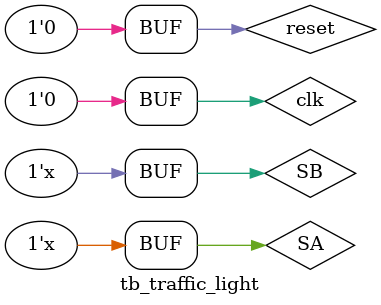
<source format=sv>
`timescale 1ns / 1ps


module tb_traffic_light();
    logic SA, SB;
    logic clk, reset;
    logic led_a2, led_a1, led_a0, led_b2, led_b1, led_b0;
    
    traffic_light tb_traffic( .SA(SA), .SB(SB), .clk(clk), .reset(reset), 
                              .led_a2(led_a2), .led_a1(led_a1), .led_a0(led_a0),
                              .led_b2(led_b2), .led_b1(led_b1), .led_b0(led_b0));
    initial begin
        reset <= 1; SB = 0; SA = 0; #30;
        reset <= 0; #30;
    end   
    always begin
        SA <= ~SA; #30;
        SB <= ~SB; #60;
        clk <= 1;  #10;
        clk <= 0;  #10;
    end
endmodule

</source>
